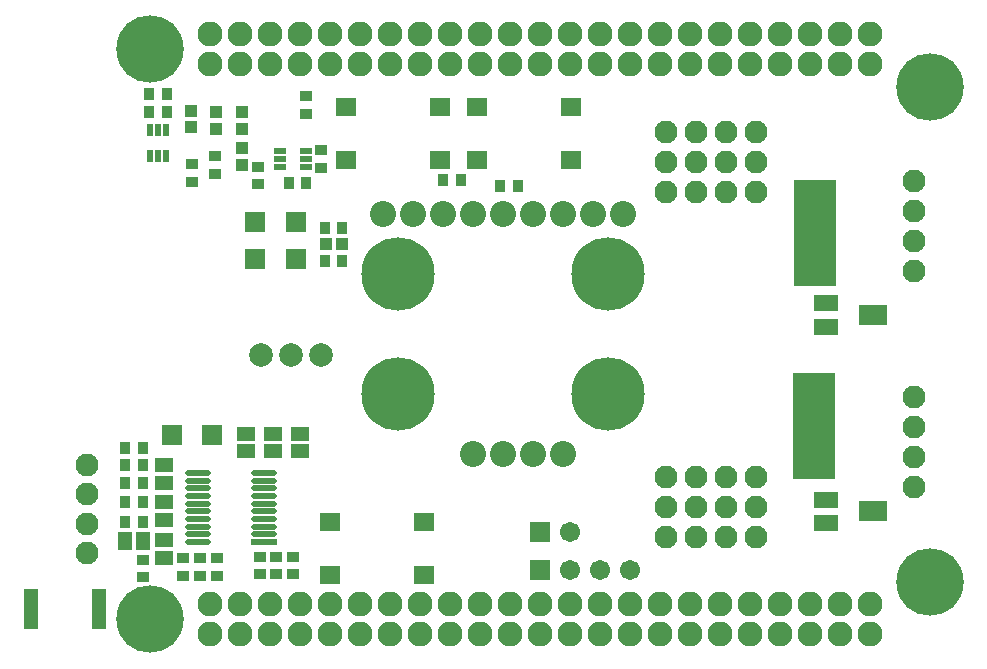
<source format=gts>
G04 Layer_Color=8388736*
%FSLAX25Y25*%
%MOIN*%
G70*
G01*
G75*
%ADD52R,0.13976X0.35689*%
%ADD53R,0.08280X0.05524*%
%ADD54R,0.09461X0.07099*%
%ADD55R,0.06312X0.05131*%
%ADD56R,0.06800X0.06800*%
%ADD57R,0.05131X0.06312*%
%ADD58R,0.04343X0.03556*%
%ADD59R,0.03950X0.04343*%
%ADD60R,0.04343X0.03950*%
%ADD61R,0.02375X0.03950*%
%ADD62R,0.03950X0.02375*%
%ADD63R,0.03556X0.04343*%
%ADD64R,0.05131X0.13792*%
%ADD65R,0.06902X0.05918*%
%ADD66R,0.08674X0.01981*%
%ADD67O,0.08674X0.01981*%
%ADD68C,0.07690*%
%ADD69C,0.06706*%
%ADD70R,0.06706X0.06706*%
%ADD71C,0.07887*%
%ADD72C,0.08280*%
%ADD73C,0.22453*%
%ADD74R,0.13792X0.34265*%
%ADD75C,0.08674*%
%ADD76C,0.24422*%
%ADD77C,0.03556*%
D52*
X378650Y177069D02*
D03*
X379075Y241289D02*
D03*
D53*
X382874Y152437D02*
D03*
Y144563D02*
D03*
Y217937D02*
D03*
Y210063D02*
D03*
D54*
X398425Y148500D02*
D03*
Y214000D02*
D03*
D55*
X162000Y158047D02*
D03*
Y163953D02*
D03*
X207500Y174453D02*
D03*
Y168547D02*
D03*
X162000Y145595D02*
D03*
Y151500D02*
D03*
X198500Y168547D02*
D03*
Y174453D02*
D03*
X189500Y174453D02*
D03*
Y168547D02*
D03*
X161953Y138906D02*
D03*
Y133000D02*
D03*
D56*
X164598Y174000D02*
D03*
X178098D02*
D03*
X192500Y232500D02*
D03*
X206000D02*
D03*
X192500Y245059D02*
D03*
X206000D02*
D03*
D57*
X149047Y138500D02*
D03*
X154953D02*
D03*
D58*
X174000Y127094D02*
D03*
Y133000D02*
D03*
X199500Y127547D02*
D03*
Y133453D02*
D03*
X205000Y133453D02*
D03*
Y127547D02*
D03*
X179634Y132953D02*
D03*
Y127047D02*
D03*
X154953Y126550D02*
D03*
Y132455D02*
D03*
X168500Y133000D02*
D03*
Y127094D02*
D03*
X194000Y133453D02*
D03*
Y127547D02*
D03*
X171500Y258335D02*
D03*
Y264240D02*
D03*
X214500Y263047D02*
D03*
Y268953D02*
D03*
X193500Y257547D02*
D03*
Y263453D02*
D03*
X178995Y261094D02*
D03*
Y267000D02*
D03*
X209500Y286953D02*
D03*
Y281047D02*
D03*
D59*
X221512Y237500D02*
D03*
X216000D02*
D03*
D60*
X179500Y276000D02*
D03*
Y281512D02*
D03*
X171000Y282012D02*
D03*
Y276500D02*
D03*
X188000Y281512D02*
D03*
Y276000D02*
D03*
Y263988D02*
D03*
Y269500D02*
D03*
D61*
X162559Y266839D02*
D03*
X160000D02*
D03*
X157441D02*
D03*
Y275500D02*
D03*
X160000D02*
D03*
X162559D02*
D03*
D62*
X209331Y268559D02*
D03*
Y266000D02*
D03*
Y263441D02*
D03*
X200669D02*
D03*
Y266000D02*
D03*
Y268559D02*
D03*
D63*
X154953Y163933D02*
D03*
X149047D02*
D03*
X149047Y169500D02*
D03*
X154953D02*
D03*
X154953Y158000D02*
D03*
X149047D02*
D03*
X154953Y151500D02*
D03*
X149047D02*
D03*
X154953Y145000D02*
D03*
X149047D02*
D03*
X221453Y232000D02*
D03*
X215547D02*
D03*
X215547Y242882D02*
D03*
X221453D02*
D03*
X157047Y281500D02*
D03*
X162953D02*
D03*
X162953Y287500D02*
D03*
X157047D02*
D03*
X203547Y258000D02*
D03*
X209453D02*
D03*
X255047Y259000D02*
D03*
X260953D02*
D03*
X279953Y257000D02*
D03*
X274047D02*
D03*
D64*
X140220Y116000D02*
D03*
X117780D02*
D03*
D65*
X248650Y127142D02*
D03*
X217350D02*
D03*
X248650Y144858D02*
D03*
X217350D02*
D03*
X254150Y265642D02*
D03*
X222850D02*
D03*
X254150Y283358D02*
D03*
X222850D02*
D03*
X297650Y265642D02*
D03*
X266350D02*
D03*
X297650Y283358D02*
D03*
X266350D02*
D03*
D66*
X195500Y138311D02*
D03*
D67*
Y140870D02*
D03*
Y143429D02*
D03*
Y145988D02*
D03*
Y148547D02*
D03*
Y151106D02*
D03*
Y153665D02*
D03*
Y156224D02*
D03*
Y158783D02*
D03*
Y161343D02*
D03*
X173453Y138311D02*
D03*
Y140870D02*
D03*
Y143429D02*
D03*
Y145988D02*
D03*
Y148547D02*
D03*
Y151106D02*
D03*
Y153665D02*
D03*
Y156224D02*
D03*
Y158783D02*
D03*
Y161343D02*
D03*
D68*
X136299Y134500D02*
D03*
Y144343D02*
D03*
Y154185D02*
D03*
Y164028D02*
D03*
X412000Y156547D02*
D03*
Y166547D02*
D03*
Y186547D02*
D03*
Y176547D02*
D03*
Y228500D02*
D03*
Y238500D02*
D03*
Y258500D02*
D03*
Y248500D02*
D03*
X339500Y255000D02*
D03*
Y275000D02*
D03*
X329500Y255000D02*
D03*
Y265000D02*
D03*
Y275000D02*
D03*
X339500Y265000D02*
D03*
X349500Y255000D02*
D03*
Y265000D02*
D03*
Y275000D02*
D03*
X359500Y255000D02*
D03*
Y265000D02*
D03*
Y275000D02*
D03*
X349500Y160000D02*
D03*
Y140000D02*
D03*
X359500Y160000D02*
D03*
Y150000D02*
D03*
Y140000D02*
D03*
X349500Y150000D02*
D03*
X339500Y160000D02*
D03*
Y150000D02*
D03*
Y140000D02*
D03*
X329500Y160000D02*
D03*
Y150000D02*
D03*
Y140000D02*
D03*
D69*
X297500Y141500D02*
D03*
Y129000D02*
D03*
X307500D02*
D03*
X317500D02*
D03*
D70*
X287500Y141500D02*
D03*
Y129000D02*
D03*
D71*
X194500Y200500D02*
D03*
X204500D02*
D03*
X214500D02*
D03*
D72*
X367500Y107500D02*
D03*
Y117500D02*
D03*
X377500D02*
D03*
Y107500D02*
D03*
X397500D02*
D03*
Y117500D02*
D03*
X387500D02*
D03*
Y107500D02*
D03*
X347500D02*
D03*
Y117500D02*
D03*
X357500D02*
D03*
Y107500D02*
D03*
X337500D02*
D03*
Y117500D02*
D03*
X257500Y107500D02*
D03*
Y117500D02*
D03*
X267500D02*
D03*
Y107500D02*
D03*
X287500D02*
D03*
Y117500D02*
D03*
X277500D02*
D03*
Y107500D02*
D03*
X317500D02*
D03*
Y117500D02*
D03*
X327500D02*
D03*
Y107500D02*
D03*
X307500D02*
D03*
Y117500D02*
D03*
X297500D02*
D03*
Y107500D02*
D03*
X217500D02*
D03*
Y117500D02*
D03*
X227500D02*
D03*
Y107500D02*
D03*
X247500D02*
D03*
Y117500D02*
D03*
X237500D02*
D03*
Y107500D02*
D03*
X197500D02*
D03*
Y117500D02*
D03*
X207500D02*
D03*
Y107500D02*
D03*
X187500D02*
D03*
Y117500D02*
D03*
X177500D02*
D03*
Y107500D02*
D03*
Y297500D02*
D03*
Y307500D02*
D03*
X187500D02*
D03*
Y297500D02*
D03*
X207500D02*
D03*
Y307500D02*
D03*
X197500D02*
D03*
Y297500D02*
D03*
X237500D02*
D03*
Y307500D02*
D03*
X247500D02*
D03*
Y297500D02*
D03*
X227500D02*
D03*
Y307500D02*
D03*
X217500D02*
D03*
Y297500D02*
D03*
X297500D02*
D03*
Y307500D02*
D03*
X307500D02*
D03*
Y297500D02*
D03*
X327500D02*
D03*
Y307500D02*
D03*
X317500D02*
D03*
Y297500D02*
D03*
X277500D02*
D03*
Y307500D02*
D03*
X287500D02*
D03*
Y297500D02*
D03*
X267500D02*
D03*
Y307500D02*
D03*
X257500D02*
D03*
Y297500D02*
D03*
X337500Y307500D02*
D03*
Y297500D02*
D03*
X357500D02*
D03*
Y307500D02*
D03*
X347500D02*
D03*
Y297500D02*
D03*
X387500D02*
D03*
Y307500D02*
D03*
X397500D02*
D03*
Y297500D02*
D03*
X377500D02*
D03*
Y307500D02*
D03*
X367500D02*
D03*
Y297500D02*
D03*
D73*
X157500Y112500D02*
D03*
Y302500D02*
D03*
X417500Y290000D02*
D03*
Y125000D02*
D03*
D74*
X378650Y177000D02*
D03*
X379075Y241220D02*
D03*
D75*
X235000Y247500D02*
D03*
X245000D02*
D03*
X255000D02*
D03*
X265000D02*
D03*
X275000D02*
D03*
X285000D02*
D03*
X295000D02*
D03*
X305000D02*
D03*
X315000D02*
D03*
X295000Y167500D02*
D03*
X285000D02*
D03*
X275000D02*
D03*
X265000D02*
D03*
D76*
X240000Y187500D02*
D03*
Y227500D02*
D03*
X310000D02*
D03*
Y187500D02*
D03*
D77*
X383775Y192334D02*
D03*
X378675D02*
D03*
X373575D02*
D03*
X383775Y187234D02*
D03*
X378675D02*
D03*
X373575D02*
D03*
X383775Y182134D02*
D03*
X378675D02*
D03*
X373575D02*
D03*
X383775Y177034D02*
D03*
X378675D02*
D03*
X373575D02*
D03*
X378675Y171934D02*
D03*
X373575D02*
D03*
X383775Y166834D02*
D03*
X378675D02*
D03*
X373575D02*
D03*
X383775Y161634D02*
D03*
X378675D02*
D03*
X373575D02*
D03*
X383776Y171933D02*
D03*
X384200Y256554D02*
D03*
X379100D02*
D03*
X374000D02*
D03*
X384200Y251454D02*
D03*
X379100D02*
D03*
X374000D02*
D03*
X384200Y246354D02*
D03*
X379100D02*
D03*
X374000D02*
D03*
X384200Y241254D02*
D03*
X379100D02*
D03*
X374000D02*
D03*
X379100Y236154D02*
D03*
X374000D02*
D03*
X384200Y231054D02*
D03*
X379100D02*
D03*
X374000D02*
D03*
X384200Y225854D02*
D03*
X379100D02*
D03*
X374000D02*
D03*
X384201Y236154D02*
D03*
M02*

</source>
